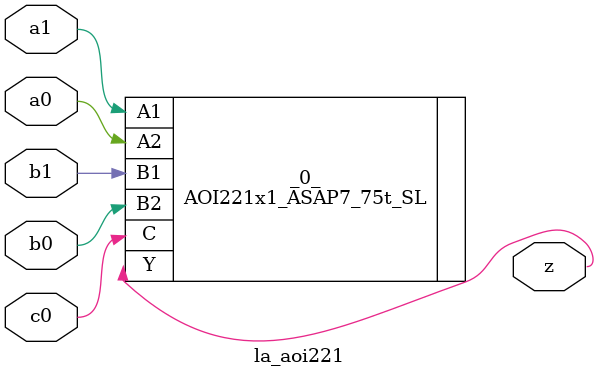
<source format=v>

/* Generated by Yosys 0.37 (git sha1 a5c7f69ed, clang 14.0.0-1ubuntu1.1 -fPIC -Os) */

module la_aoi221(a0, a1, b0, b1, c0, z);
  input a0;
  wire a0;
  input a1;
  wire a1;
  input b0;
  wire b0;
  input b1;
  wire b1;
  input c0;
  wire c0;
  output z;
  wire z;
  AOI221x1_ASAP7_75t_SL _0_ (
    .A1(a1),
    .A2(a0),
    .B1(b1),
    .B2(b0),
    .C(c0),
    .Y(z)
  );
endmodule

</source>
